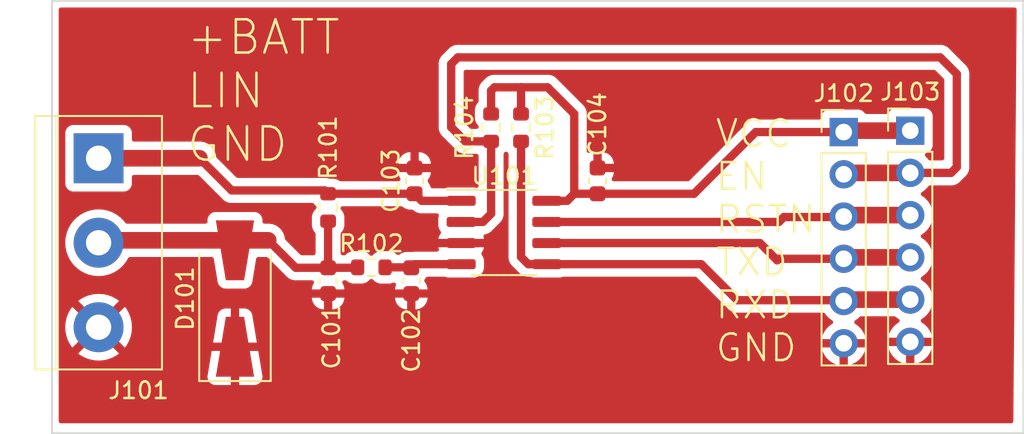
<source format=kicad_pcb>
(kicad_pcb (version 20221018) (generator pcbnew)
  (layers (0 "F.Cu" signal) (31 "B.Cu" signal) (34 "B.Paste" user) (35 "F.Paste" user) (36 "B.SilkS" user "B.Silkscreen") (37 "F.SilkS" user "F.Silkscreen") (38 "B.Mask" user) (39 "F.Mask" user) (44 "Edge.Cuts" user))
  (net 0 "")
  (net 1 "Net-(D101-A2)")
  (net 2 "GND")
  (net 3 "Net-(U101-LIN)")
  (net 4 "+BATT")
  (net 5 "VCC")
  (net 6 "Net-(J102-Pin_2)")
  (net 7 "Net-(J102-Pin_3)")
  (net 8 "Net-(J102-Pin_4)")
  (net 9 "Net-(J102-Pin_5)")
  (footprint "Resistor_SMD:R_0603_1608Metric" (layer "F.Cu") (at 72 87.425 -90)
    (fp_text reference "R101" (at -3.6 0 90) (layer "F.SilkS"))
    (fp_text value "1k")
    (fp_line (start -0.237258 -0.5225) (end 0.237258 -0.5225) (stroke (width 0.12)) (layer "F.SilkS"))
    (fp_line (start -0.237258 0.5225) (end 0.237258 0.5225) (stroke (width 0.12)) (layer "F.SilkS"))
    (pad "1" smd roundrect (at -0.825 0 270) (size 0.8 0.95) (layers "F.Cu" "F.Paste" "F.Mask") (net 4 "+BATT"))
    (pad "2" smd roundrect (at 0.825 0 270) (size 0.8 0.95) (layers "F.Cu" "F.Paste" "F.Mask") (net 1 "Net-(D101-A2)"))
  )
  (footprint "Capacitor_SMD:C_0603_1608Metric" (layer "F.Cu") (at 72 91.825 -90)
    (fp_text reference "C101" (at 3.4 -0.2 90) (layer "F.SilkS"))
    (fp_text value "100n")
    (fp_line (start -0.14058 -0.51) (end 0.14058 -0.51) (stroke (width 0.12)) (layer "F.SilkS"))
    (fp_line (start -0.14058 0.51) (end 0.14058 0.51) (stroke (width 0.12)) (layer "F.SilkS"))
    (pad "1" smd roundrect (at -0.775 0 270) (size 0.9 0.95) (layers "F.Cu" "F.Paste" "F.Mask") (net 1 "Net-(D101-A2)"))
    (pad "2" smd roundrect (at 0.775 0 270) (size 0.9 0.95) (layers "F.Cu" "F.Paste" "F.Mask") (net 2 "GND"))
  )
  (footprint "Resistor_SMD:R_0603_1608Metric" (layer "F.Cu") (at 74.6 91.025)
    (fp_text reference "R102" (at 0 -1.43) (layer "F.SilkS"))
    (fp_text value "0R0")
    (fp_line (start -0.237258 -0.5225) (end 0.237258 -0.5225) (stroke (width 0.12)) (layer "F.SilkS"))
    (fp_line (start -0.237258 0.5225) (end 0.237258 0.5225) (stroke (width 0.12)) (layer "F.SilkS"))
    (pad "1" smd roundrect (at -0.825 0) (size 0.8 0.95) (layers "F.Cu" "F.Paste" "F.Mask") (net 1 "Net-(D101-A2)"))
    (pad "2" smd roundrect (at 0.825 0) (size 0.8 0.95) (layers "F.Cu" "F.Paste" "F.Mask") (net 3 "Net-(U101-LIN)"))
  )
  (footprint "Package_SO:SO-8_3.9x4.9mm_P1.27mm" (layer "F.Cu") (at 82.575 88.93)
    (fp_text reference "U101" (at 0 -3.4) (layer "F.SilkS"))
    (fp_text value "TJA1028")
    (fp_line (start 0 -2.56) (end -3.45 -2.56) (stroke (width 0.12)) (layer "F.SilkS"))
    (fp_line (start 0 -2.56) (end 1.95 -2.56) (stroke (width 0.12)) (layer "F.SilkS"))
    (fp_line (start 0 2.56) (end -1.95 2.56) (stroke (width 0.12)) (layer "F.SilkS"))
    (fp_line (start 0 2.56) (end 1.95 2.56) (stroke (width 0.12)) (layer "F.SilkS"))
    (pad "1" smd roundrect (at -2.575 -1.905) (size 1.75 0.6) (layers "F.Cu" "F.Paste" "F.Mask") (net 4 "+BATT"))
    (pad "2" smd roundrect (at -2.575 -0.635) (size 1.75 0.6) (layers "F.Cu" "F.Paste" "F.Mask") (net 6 "Net-(J102-Pin_2)"))
    (pad "3" smd roundrect (at -2.575 0.635) (size 1.75 0.6) (layers "F.Cu" "F.Paste" "F.Mask") (net 2 "GND"))
    (pad "4" smd roundrect (at -2.575 1.905) (size 1.75 0.6) (layers "F.Cu" "F.Paste" "F.Mask") (net 3 "Net-(U101-LIN)"))
    (pad "5" smd roundrect (at 2.575 1.905) (size 1.75 0.6) (layers "F.Cu" "F.Paste" "F.Mask") (net 9 "Net-(J102-Pin_5)"))
    (pad "6" smd roundrect (at 2.575 0.635) (size 1.75 0.6) (layers "F.Cu" "F.Paste" "F.Mask") (net 8 "Net-(J102-Pin_4)"))
    (pad "7" smd roundrect (at 2.575 -0.635) (size 1.75 0.6) (layers "F.Cu" "F.Paste" "F.Mask") (net 7 "Net-(J102-Pin_3)"))
    (pad "8" smd roundrect (at 2.575 -1.905) (size 1.75 0.6) (layers "F.Cu" "F.Paste" "F.Mask") (net 5 "VCC"))
  )
  (footprint "Resistor_SMD:R_0603_1608Metric" (layer "F.Cu") (at 81.8 82.625 -90)
    (fp_text reference "R104" (at 0 1.6 90) (layer "F.SilkS"))
    (fp_text value "10k")
    (fp_line (start -0.237258 -0.5225) (end 0.237258 -0.5225) (stroke (width 0.12)) (layer "F.SilkS"))
    (fp_line (start -0.237258 0.5225) (end 0.237258 0.5225) (stroke (width 0.12)) (layer "F.SilkS"))
    (pad "1" smd roundrect (at -0.825 0 270) (size 0.8 0.95) (layers "F.Cu" "F.Paste" "F.Mask") (net 5 "VCC"))
    (pad "2" smd roundrect (at 0.825 0 270) (size 0.8 0.95) (layers "F.Cu" "F.Paste" "F.Mask") (net 6 "Net-(J102-Pin_2)"))
  )
  (footprint "Resistor_SMD:R_0603_1608Metric" (layer "F.Cu") (at 83.6 82.625 -90)
    (fp_text reference "R103" (at 0 -1.43 90) (layer "F.SilkS"))
    (fp_text value "10k")
    (fp_line (start -0.237258 -0.5225) (end 0.237258 -0.5225) (stroke (width 0.12)) (layer "F.SilkS"))
    (fp_line (start -0.237258 0.5225) (end 0.237258 0.5225) (stroke (width 0.12)) (layer "F.SilkS"))
    (pad "1" smd roundrect (at -0.825 0 270) (size 0.8 0.95) (layers "F.Cu" "F.Paste" "F.Mask") (net 5 "VCC"))
    (pad "2" smd roundrect (at 0.825 0 270) (size 0.8 0.95) (layers "F.Cu" "F.Paste" "F.Mask") (net 9 "Net-(J102-Pin_5)"))
  )
  (footprint "Connector_PinHeader_2.54mm:PinHeader_1x06_P2.54mm_Vertical" (layer "F.Cu") (at 107 82.805)
    (fp_text reference "J103" (at 0 -2.33) (layer "F.SilkS"))
    (fp_text value "Conn_01x05")
    (fp_line (start -1.33 -1.33) (end 0 -1.33) (stroke (width 0.12)) (layer "F.SilkS"))
    (fp_line (start -1.33 0) (end -1.33 -1.33) (stroke (width 0.12)) (layer "F.SilkS"))
    (fp_line (start -1.33 1.27) (end -1.33 14.03) (stroke (width 0.12)) (layer "F.SilkS"))
    (fp_line (start -1.33 1.27) (end 1.33 1.27) (stroke (width 0.12)) (layer "F.SilkS"))
    (fp_line (start -1.33 14.03) (end 1.33 14.03) (stroke (width 0.12)) (layer "F.SilkS"))
    (fp_line (start 1.33 1.27) (end 1.33 14.03) (stroke (width 0.12)) (layer "F.SilkS"))
    (pad "1" thru_hole rect (at 0 0) (size 1.7 1.7) (drill 1) (layers "*.Cu" "*.Mask") (net 5 "VCC"))
    (pad "2" thru_hole oval (at 0 2.54) (size 1.7 1.7) (drill 1) (layers "*.Cu" "*.Mask") (net 6 "Net-(J102-Pin_2)"))
    (pad "3" thru_hole oval (at 0 5.08) (size 1.7 1.7) (drill 1) (layers "*.Cu" "*.Mask") (net 7 "Net-(J102-Pin_3)"))
    (pad "4" thru_hole oval (at 0 7.62) (size 1.7 1.7) (drill 1) (layers "*.Cu" "*.Mask") (net 8 "Net-(J102-Pin_4)"))
    (pad "5" thru_hole oval (at 0 10.16) (size 1.7 1.7) (drill 1) (layers "*.Cu" "*.Mask") (net 9 "Net-(J102-Pin_5)"))
    (pad "6" thru_hole oval (at 0 12.7) (size 1.7 1.7) (drill 1) (layers "*.Cu" "*.Mask") (net 2 "GND"))
  )
  (footprint "Capacitor_SMD:C_0603_1608Metric" (layer "F.Cu") (at 77.2 85.825 90)
    (fp_text reference "C103" (at 0 -1.43 90) (layer "F.SilkS"))
    (fp_text value "100n")
    (fp_line (start -0.14058 -0.51) (end 0.14058 -0.51) (stroke (width 0.12)) (layer "F.SilkS"))
    (fp_line (start -0.14058 0.51) (end 0.14058 0.51) (stroke (width 0.12)) (layer "F.SilkS"))
    (pad "1" smd roundrect (at -0.775 0 90) (size 0.9 0.95) (layers "F.Cu" "F.Paste" "F.Mask") (net 4 "+BATT"))
    (pad "2" smd roundrect (at 0.775 0 90) (size 0.9 0.95) (layers "F.Cu" "F.Paste" "F.Mask") (net 2 "GND"))
  )
  (footprint "Capacitor_SMD:C_0603_1608Metric" (layer "F.Cu") (at 77 91.825 -90)
    (fp_text reference "C102" (at 3.6 0 90) (layer "F.SilkS"))
    (fp_text value "C")
    (fp_line (start -0.14058 -0.51) (end 0.14058 -0.51) (stroke (width 0.12)) (layer "F.SilkS"))
    (fp_line (start -0.14058 0.51) (end 0.14058 0.51) (stroke (width 0.12)) (layer "F.SilkS"))
    (pad "1" smd roundrect (at -0.775 0 270) (size 0.9 0.95) (layers "F.Cu" "F.Paste" "F.Mask") (net 3 "Net-(U101-LIN)"))
    (pad "2" smd roundrect (at 0.775 0 270) (size 0.9 0.95) (layers "F.Cu" "F.Paste" "F.Mask") (net 2 "GND"))
  )
  (footprint "Capacitor_SMD:C_0603_1608Metric" (layer "F.Cu") (at 88.2 85.825 90)
    (fp_text reference "C104" (at 3.4 0 90) (layer "F.SilkS"))
    (fp_text value "100n")
    (fp_line (start -0.14058 -0.51) (end 0.14058 -0.51) (stroke (width 0.12)) (layer "F.SilkS"))
    (fp_line (start -0.14058 0.51) (end 0.14058 0.51) (stroke (width 0.12)) (layer "F.SilkS"))
    (pad "1" smd roundrect (at -0.775 0 90) (size 0.9 0.95) (layers "F.Cu" "F.Paste" "F.Mask") (net 5 "VCC"))
    (pad "2" smd roundrect (at 0.775 0 90) (size 0.9 0.95) (layers "F.Cu" "F.Paste" "F.Mask") (net 2 "GND"))
  )
  (footprint "TerminalBlock:TerminalBlock_bornier-3_P5.08mm" (layer "F.Cu") (at 58.2 84.465 -90)
    (fp_text reference "J101" (at 13.96 -2.4) (layer "F.SilkS"))
    (fp_text value "Conn_01x03_Pin")
    (fp_line (start -2.54 -3.81) (end 12.7 -3.81) (stroke (width 0.12)) (layer "F.SilkS"))
    (fp_line (start -2.54 2.54) (end 12.7 2.54) (stroke (width 0.12)) (layer "F.SilkS"))
    (fp_line (start -2.54 3.81) (end -2.54 -3.81) (stroke (width 0.12)) (layer "F.SilkS"))
    (fp_line (start -2.54 3.81) (end 12.7 3.81) (stroke (width 0.12)) (layer "F.SilkS"))
    (fp_line (start 12.7 3.81) (end 12.7 -3.81) (stroke (width 0.12)) (layer "F.SilkS"))
    (pad "1" thru_hole rect (at 0 0 270) (size 3 3) (drill 1.52) (layers "*.Cu" "*.Mask") (net 4 "+BATT"))
    (pad "2" thru_hole circle (at 5.08 0 270) (size 3 3) (drill 1.52) (layers "*.Cu" "*.Mask") (net 1 "Net-(D101-A2)"))
    (pad "3" thru_hole circle (at 10.16 0 270) (size 3 3) (drill 1.52) (layers "*.Cu" "*.Mask") (net 2 "GND"))
  )
  (footprint "Diode_SMD:D_SMA-SMB_Universal_Handsoldering" (layer "F.Cu") (at 66.4 92.9 90)
    (fp_text reference "D101" (at 0 -3 90) (layer "F.SilkS"))
    (fp_text value "PESD1LIN")
    (fp_line (start -4.96 -2.15) (end -4.96 2.15) (stroke (width 0.12)) (layer "F.SilkS"))
    (fp_line (start -4.96 -2.15) (end 2.7 -2.15) (stroke (width 0.12)) (layer "F.SilkS"))
    (fp_line (start -4.96 2.15) (end 2.7 2.15) (stroke (width 0.12)) (layer "F.SilkS"))
    (pad "1" smd trapezoid (at -2.9 0 90) (size 3.6 1.7) (rect_delta 0.6 0) (layers "F.Cu" "F.Paste" "F.Mask") (net 2 "GND"))
    (pad "2" smd trapezoid (at 2.9 0 270) (size 3.6 1.7) (rect_delta 0.6 0) (layers "F.Cu" "F.Paste" "F.Mask") (net 1 "Net-(D101-A2)"))
  )
  (footprint "Connector_PinHeader_2.54mm:PinHeader_1x06_P2.54mm_Vertical" (layer "F.Cu") (at 103 82.89)
    (fp_text reference "J102" (at 0 -2.33) (layer "F.SilkS"))
    (fp_text value "Conn_01x05")
    (fp_line (start -1.33 -1.33) (end 0 -1.33) (stroke (width 0.12)) (layer "F.SilkS"))
    (fp_line (start -1.33 0) (end -1.33 -1.33) (stroke (width 0.12)) (layer "F.SilkS"))
    (fp_line (start -1.33 1.27) (end -1.33 14.03) (stroke (width 0.12)) (layer "F.SilkS"))
    (fp_line (start -1.33 1.27) (end 1.33 1.27) (stroke (width 0.12)) (layer "F.SilkS"))
    (fp_line (start -1.33 14.03) (end 1.33 14.03) (stroke (width 0.12)) (layer "F.SilkS"))
    (fp_line (start 1.33 1.27) (end 1.33 14.03) (stroke (width 0.12)) (layer "F.SilkS"))
    (pad "1" thru_hole rect (at 0 0) (size 1.7 1.7) (drill 1) (layers "*.Cu" "*.Mask") (net 5 "VCC"))
    (pad "2" thru_hole oval (at 0 2.54) (size 1.7 1.7) (drill 1) (layers "*.Cu" "*.Mask") (net 6 "Net-(J102-Pin_2)"))
    (pad "3" thru_hole oval (at 0 5.08) (size 1.7 1.7) (drill 1) (layers "*.Cu" "*.Mask") (net 7 "Net-(J102-Pin_3)"))
    (pad "4" thru_hole oval (at 0 7.62) (size 1.7 1.7) (drill 1) (layers "*.Cu" "*.Mask") (net 8 "Net-(J102-Pin_4)"))
    (pad "5" thru_hole oval (at 0 10.16) (size 1.7 1.7) (drill 1) (layers "*.Cu" "*.Mask") (net 9 "Net-(J102-Pin_5)"))
    (pad "6" thru_hole oval (at 0 12.7) (size 1.7 1.7) (drill 1) (layers "*.Cu" "*.Mask") (net 2 "GND"))
  )
  (gr_line (start 55.4 75) (end 55.4 101) (stroke (width 0.1)) (layer "Edge.Cuts"))
  (gr_line (start 113.8 75) (end 55.4 75) (stroke (width 0.1)) (layer "Edge.Cuts"))
  (gr_line (start 113.8 101) (end 113.8 75) (stroke (width 0.1)) (layer "Edge.Cuts"))
  (gr_line (start 55.4 101) (end 113.8 101) (stroke (width 0.1)) (layer "Edge.Cuts"))
  (gr_text "+BATT\nLIN\nGND" (at 63.4 84.8) (layer "F.SilkS") (effects (font (size 2 2)) (justify left bottom)))
  (gr_text "VCC\nEN\nRSTN\nTXD\nRXD\nGND" (at 95.2 96.8) (layer "F.SilkS") (effects (font (size 1.6 1.6)) (justify left bottom)))
  (segment (start 73.75 91.05) (end 72 91.05) (width 0.5) (layer "F.Cu") (net 1))
  (segment (start 70.05 91.05) (end 68.4 89.4) (width 0.5) (layer "F.Cu") (net 1))
  (segment (start 73.775 91.025) (end 73.75 91.05) (width 0.25) (layer "F.Cu") (net 1))
  (segment (start 68.4 89.4) (end 58.345 89.4) (width 1) (layer "F.Cu") (net 1))
  (segment (start 72 88.25) (end 72 91.05) (width 0.5) (layer "F.Cu") (net 1))
  (segment (start 58.345 89.4) (end 58.2 89.545) (width 0.25) (layer "F.Cu") (net 1))
  (segment (start 72 91.05) (end 70.05 91.05) (width 0.5) (layer "F.Cu") (net 1))
  (segment (start 76.975 91.025) (end 75.425 91.025) (width 0.5) (layer "F.Cu") (net 3))
  (segment (start 77.215 90.835) (end 77 91.05) (width 0.25) (layer "F.Cu") (net 3))
  (segment (start 80 90.835) (end 77.215 90.835) (width 0.5) (layer "F.Cu") (net 3))
  (segment (start 77 91.05) (end 76.975 91.025) (width 0.25) (layer "F.Cu") (net 3))
  (segment (start 58.2 84.465) (end 64.265 84.465) (width 1) (layer "F.Cu") (net 4))
  (segment (start 71.8 86.4) (end 72 86.6) (width 0.5) (layer "F.Cu") (net 4))
  (segment (start 64.265 84.465) (end 66.2 86.4) (width 0.5) (layer "F.Cu") (net 4))
  (segment (start 77.625 87.025) (end 77.2 86.6) (width 0.5) (layer "F.Cu") (net 4))
  (segment (start 80 87.025) (end 77.625 87.025) (width 0.5) (layer "F.Cu") (net 4))
  (segment (start 72 86.6) (end 77.2 86.6) (width 0.5) (layer "F.Cu") (net 4))
  (segment (start 66.2 86.4) (end 71.8 86.4) (width 0.5) (layer "F.Cu") (net 4))
  (segment (start 83.6 81.8) (end 83.6 80.2) (width 0.5) (layer "F.Cu") (net 5))
  (segment (start 103.085 82.805) (end 103 82.89) (width 1) (layer "F.Cu") (net 5))
  (segment (start 83.6 80.2) (end 85.2 80.2) (width 0.5) (layer "F.Cu") (net 5))
  (segment (start 85.2 80.2) (end 86.8 81.8) (width 0.5) (layer "F.Cu") (net 5))
  (segment (start 81.8 81.8) (end 81.8 80.4) (width 0.5) (layer "F.Cu") (net 5))
  (segment (start 86.375 87.025) (end 85.15 87.025) (width 0.5) (layer "F.Cu") (net 5))
  (segment (start 81.8 80.4) (end 82 80.2) (width 0.5) (layer "F.Cu") (net 5))
  (segment (start 103 82.89) (end 97.71 82.89) (width 0.5) (layer "F.Cu") (net 5))
  (segment (start 86.8 86.6) (end 86.375 87.025) (width 0.5) (layer "F.Cu") (net 5))
  (segment (start 97.71 82.89) (end 94 86.6) (width 0.5) (layer "F.Cu") (net 5))
  (segment (start 107 82.805) (end 103.085 82.805) (width 1) (layer "F.Cu") (net 5))
  (segment (start 82 80.2) (end 83.6 80.2) (width 0.5) (layer "F.Cu") (net 5))
  (segment (start 94 86.6) (end 88.2 86.6) (width 0.5) (layer "F.Cu") (net 5))
  (segment (start 88.2 86.6) (end 86.8 86.6) (width 0.5) (layer "F.Cu") (net 5))
  (segment (start 86.8 81.8) (end 86.8 86.6) (width 0.5) (layer "F.Cu") (net 5))
  (segment (start 103.085 85.345) (end 103 85.43) (width 1) (layer "F.Cu") (net 6))
  (segment (start 79.8 78.4) (end 108.8 78.4) (width 0.5) (layer "F.Cu") (net 6))
  (segment (start 81.305 88.295) (end 80 88.295) (width 0.5) (layer "F.Cu") (net 6))
  (segment (start 81.8 83.45) (end 80.25 83.45) (width 0.5) (layer "F.Cu") (net 6))
  (segment (start 79.4 78.8) (end 79.8 78.4) (width 0.5) (layer "F.Cu") (net 6))
  (segment (start 109.8 79.4) (end 109.8 85) (width 0.5) (layer "F.Cu") (net 6))
  (segment (start 79.4 82.6) (end 79.4 78.8) (width 0.5) (layer "F.Cu") (net 6))
  (segment (start 81.8 87.8) (end 81.305 88.295) (width 0.5) (layer "F.Cu") (net 6))
  (segment (start 81.8 83.45) (end 81.8 87.8) (width 0.5) (layer "F.Cu") (net 6))
  (segment (start 109.8 85) (end 109.455 85.345) (width 0.5) (layer "F.Cu") (net 6))
  (segment (start 107 85.345) (end 103.085 85.345) (width 1) (layer "F.Cu") (net 6))
  (segment (start 80.25 83.45) (end 79.4 82.6) (width 0.5) (layer "F.Cu") (net 6))
  (segment (start 109.455 85.345) (end 107 85.345) (width 0.5) (layer "F.Cu") (net 6))
  (segment (start 108.8 78.4) (end 109.8 79.4) (width 0.5) (layer "F.Cu") (net 6))
  (segment (start 102.97 88) (end 103 87.97) (width 0.5) (layer "F.Cu") (net 7))
  (segment (start 107 87.885) (end 103.085 87.885) (width 1) (layer "F.Cu") (net 7))
  (segment (start 99.4 88) (end 102.97 88) (width 0.5) (layer "F.Cu") (net 7))
  (segment (start 85.15 88.295) (end 99.105 88.295) (width 0.5) (layer "F.Cu") (net 7))
  (segment (start 103.085 87.885) (end 103 87.97) (width 1) (layer "F.Cu") (net 7))
  (segment (start 99.105 88.295) (end 99.4 88) (width 0.5) (layer "F.Cu") (net 7))
  (segment (start 99.09 90.51) (end 103 90.51) (width 0.5) (layer "F.Cu") (net 8))
  (segment (start 97.965 89.565) (end 99 90.6) (width 0.5) (layer "F.Cu") (net 8))
  (segment (start 99 90.6) (end 99.09 90.51) (width 0.5) (layer "F.Cu") (net 8))
  (segment (start 107 90.425) (end 103.085 90.425) (width 1) (layer "F.Cu") (net 8))
  (segment (start 103.085 90.425) (end 103 90.51) (width 1) (layer "F.Cu") (net 8))
  (segment (start 85.15 89.565) (end 97.965 89.565) (width 0.5) (layer "F.Cu") (net 8))
  (segment (start 83.6 90.4) (end 84.035 90.835) (width 0.5) (layer "F.Cu") (net 9))
  (segment (start 103.085 92.965) (end 103 93.05) (width 1) (layer "F.Cu") (net 9))
  (segment (start 107 92.965) (end 103.085 92.965) (width 1) (layer "F.Cu") (net 9))
  (segment (start 83.6 83.45) (end 83.6 90.4) (width 0.5) (layer "F.Cu") (net 9))
  (segment (start 84.035 90.835) (end 85.15 90.835) (width 0.5) (layer "F.Cu") (net 9))
  (segment (start 102.95 93) (end 103 93.05) (width 0.5) (layer "F.Cu") (net 9))
  (segment (start 96.6 93) (end 102.95 93) (width 0.5) (layer "F.Cu") (net 9))
  (segment (start 94.435 90.835) (end 96.6 93) (width 0.5) (layer "F.Cu") (net 9))
  (segment (start 85.15 90.835) (end 94.435 90.835) (width 0.5) (layer "F.Cu") (net 9))
  (zone (net 2) (net_name "GND") (layer "F.Cu") (connect_pads (clearance 0.5)) (min_thickness 0.25) (fill yes (thermal_gap 0.5) (thermal_bridge_width 0.5))
    (polygon (pts (xy 55.8 75.4) (xy 113.4 75.4) (xy 113.2 100.4) (xy 55.8 100.4)))
  )
)
</source>
